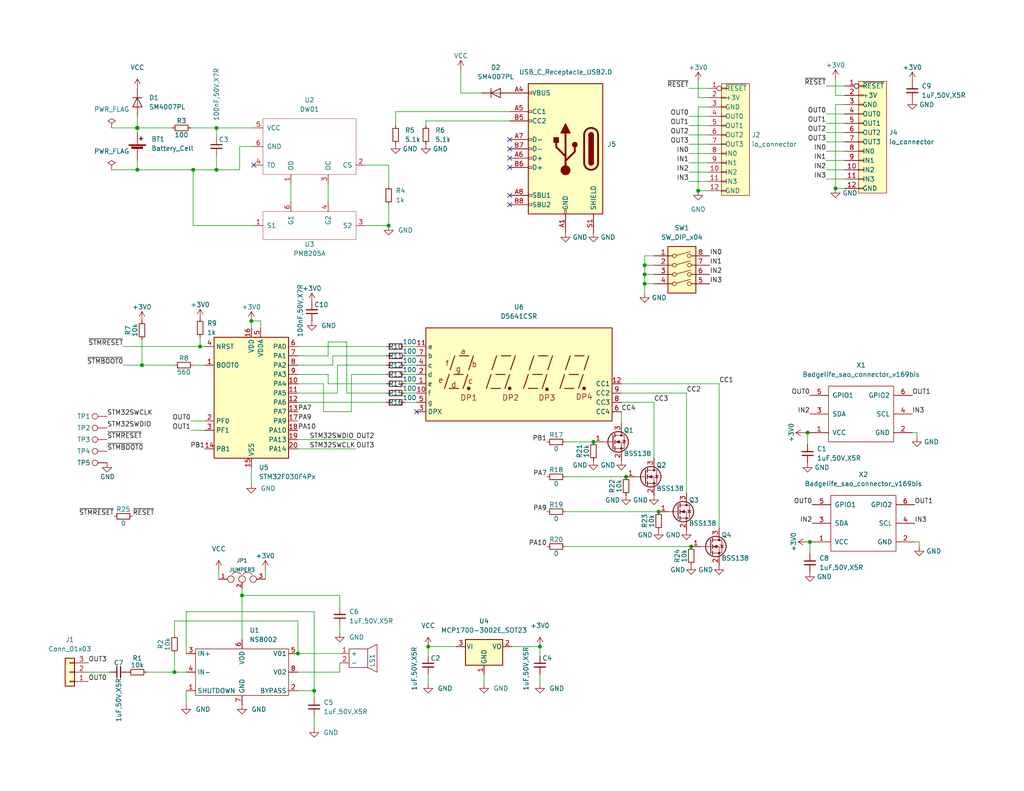
<source format=kicad_sch>
(kicad_sch (version 20211123) (generator eeschema)
  (paper "USLetter")
  (junction (at 38.735 99.695))
  (junction (at 52.705 46.355))
  (junction (at 81.28 178.435))
  (junction (at 220.345 118.11))
  (junction (at 190.5 52.07))
  (junction (at 54.61 94.615))
  (junction (at 179.705 139.7))
  (junction (at 59.055 46.355))
  (junction (at 68.58 87.63))
  (junction (at 106.045 61.595))
  (junction (at 227.965 51.435))
  (junction (at 188.595 149.225))
  (junction (at 116.84 176.53))
  (junction (at 47.625 183.515))
  (junction (at 66.04 162.56))
  (junction (at 59.055 34.925))
  (junction (at 175.895 77.47))
  (junction (at 85.725 188.595))
  (junction (at 147.32 176.53))
  (junction (at 37.465 34.925) (diameter 1.016))
  (junction (at 170.815 130.175))
  (junction (at 175.895 72.39))
  (junction (at 37.465 46.355))
  (junction (at 220.98 147.955))
  (junction (at 161.925 120.65))
  (junction (at 175.895 74.93))
  (no_connect (at 69.215 45.085))
  (no_connect (at 139.065 55.88))
  (no_connect (at 139.065 53.34))
  (no_connect (at 113.665 112.395))
  (no_connect (at 139.065 38.1))
  (no_connect (at 139.065 40.64))
  (no_connect (at 139.065 43.18))
  (no_connect (at 139.065 45.72))
  (wire (pts (xy 116.84 176.53) (xy 116.84 179.07)))
  (wire (pts (xy 92.71 180.975) (xy 92.71 183.515)))
  (wire (pts (xy 52.07 114.935) (xy 55.88 114.935)))
  (wire (pts (xy 187.96 44.45) (xy 193.04 44.45)))
  (wire (pts (xy 187.96 49.53) (xy 193.04 49.53)))
  (wire (pts (xy 69.215 40.005) (xy 65.405 40.005)))
  (wire (pts (xy 33.655 99.695) (xy 38.735 99.695)))
  (wire (pts (xy 52.705 99.695) (xy 55.88 99.695)))
  (wire (pts (xy 81.28 178.435) (xy 92.71 178.435)))
  (wire (pts (xy 92.075 99.695) (xy 92.075 107.315)))
  (wire (pts (xy 139.7 176.53) (xy 147.32 176.53)))
  (wire (pts (xy 110.49 107.315) (xy 113.665 107.315)))
  (wire (pts (xy 92.075 99.695) (xy 105.41 99.695)))
  (wire (pts (xy 220.345 118.11) (xy 220.345 121.285)))
  (wire (pts (xy 225.425 46.355) (xy 230.505 46.355)))
  (wire (pts (xy 79.375 50.165) (xy 79.375 55.245)))
  (wire (pts (xy 106.045 55.88) (xy 106.045 61.595)))
  (wire (pts (xy 90.805 99.695) (xy 90.805 97.155)))
  (wire (pts (xy 220.98 147.955) (xy 221.615 147.955)))
  (wire (pts (xy 220.345 118.11) (xy 220.98 118.11)))
  (wire (pts (xy 187.96 34.29) (xy 193.04 34.29)))
  (wire (pts (xy 59.055 34.925) (xy 59.055 37.465)))
  (wire (pts (xy 225.425 43.815) (xy 230.505 43.815)))
  (wire (pts (xy 230.505 28.575) (xy 227.965 28.575)))
  (wire (pts (xy 59.055 42.545) (xy 59.055 46.355)))
  (wire (pts (xy 81.28 99.695) (xy 90.805 99.695)))
  (wire (pts (xy 99.695 45.085) (xy 106.045 45.085)))
  (wire (pts (xy 52.705 46.355) (xy 59.055 46.355)))
  (wire (pts (xy 116.84 176.53) (xy 124.46 176.53)))
  (wire (pts (xy 178.435 109.855) (xy 178.435 125.095)))
  (wire (pts (xy 147.32 176.53) (xy 147.32 179.07)))
  (wire (pts (xy 116.205 33.02) (xy 116.205 34.29)))
  (wire (pts (xy 190.5 26.67) (xy 193.04 26.67)))
  (wire (pts (xy 52.705 46.355) (xy 37.465 46.355)))
  (wire (pts (xy 175.895 72.39) (xy 175.895 74.93)))
  (wire (pts (xy 225.425 23.495) (xy 230.505 23.495)))
  (wire (pts (xy 169.545 107.315) (xy 187.325 107.315)))
  (wire (pts (xy 220.345 147.955) (xy 220.98 147.955)))
  (wire (pts (xy 225.425 41.275) (xy 230.505 41.275)))
  (wire (pts (xy 94.615 107.315) (xy 105.41 107.315)))
  (wire (pts (xy 65.405 40.005) (xy 65.405 46.355)))
  (wire (pts (xy 225.425 33.655) (xy 230.505 33.655)))
  (wire (pts (xy 169.545 104.775) (xy 196.215 104.775)))
  (wire (pts (xy 147.32 184.15) (xy 147.32 186.69)))
  (wire (pts (xy 30.48 46.355) (xy 37.465 46.355)))
  (wire (pts (xy 81.28 107.315) (xy 92.075 107.315)))
  (wire (pts (xy 187.96 24.13) (xy 193.04 24.13)))
  (wire (pts (xy 175.895 77.47) (xy 175.895 80.01)))
  (wire (pts (xy 187.96 41.91) (xy 193.04 41.91)))
  (wire (pts (xy 85.725 195.58) (xy 85.725 198.755)))
  (wire (pts (xy 250.825 147.955) (xy 250.825 149.225)))
  (wire (pts (xy 81.28 120.015) (xy 97.155 120.015)))
  (wire (pts (xy 193.04 29.21) (xy 190.5 29.21)))
  (wire (pts (xy 220.98 147.955) (xy 220.98 151.13)))
  (wire (pts (xy 139.065 30.48) (xy 107.95 30.48)))
  (wire (pts (xy 227.965 26.035) (xy 230.505 26.035)))
  (wire (pts (xy 187.96 36.83) (xy 193.04 36.83)))
  (wire (pts (xy 92.71 162.56) (xy 92.71 165.735)))
  (wire (pts (xy 187.96 31.75) (xy 193.04 31.75)))
  (wire (pts (xy 190.5 29.21) (xy 190.5 52.07)))
  (wire (pts (xy 139.065 33.02) (xy 116.205 33.02)))
  (wire (pts (xy 225.425 31.115) (xy 230.505 31.115)))
  (wire (pts (xy 81.28 104.775) (xy 88.265 104.775)))
  (wire (pts (xy 33.655 94.615) (xy 54.61 94.615)))
  (wire (pts (xy 54.61 92.075) (xy 54.61 94.615)))
  (wire (pts (xy 68.58 127.635) (xy 68.58 132.08)))
  (wire (pts (xy 81.28 188.595) (xy 85.725 188.595)))
  (wire (pts (xy 81.28 97.155) (xy 89.535 97.155)))
  (wire (pts (xy 190.5 22.225) (xy 190.5 26.67)))
  (wire (pts (xy 89.535 102.235) (xy 89.535 104.775)))
  (wire (pts (xy 40.005 183.515) (xy 47.625 183.515)))
  (wire (pts (xy 52.07 117.475) (xy 55.88 117.475)))
  (wire (pts (xy 54.61 94.615) (xy 55.88 94.615)))
  (wire (pts (xy 37.465 34.925) (xy 37.465 36.195)))
  (wire (pts (xy 81.28 178.435) (xy 81.28 169.545)))
  (wire (pts (xy 175.895 74.93) (xy 175.895 77.47)))
  (wire (pts (xy 59.69 155.575) (xy 59.69 158.115)))
  (wire (pts (xy 249.555 147.955) (xy 250.825 147.955)))
  (wire (pts (xy 187.96 46.99) (xy 193.04 46.99)))
  (wire (pts (xy 47.625 178.435) (xy 47.625 183.515)))
  (wire (pts (xy 178.435 69.85) (xy 175.895 69.85)))
  (wire (pts (xy 72.39 155.575) (xy 72.39 158.115)))
  (wire (pts (xy 50.8 183.515) (xy 47.625 183.515)))
  (wire (pts (xy 59.055 46.355) (xy 65.405 46.355)))
  (wire (pts (xy 37.465 31.75) (xy 37.465 34.925)))
  (wire (pts (xy 47.625 99.695) (xy 38.735 99.695)))
  (wire (pts (xy 85.725 188.595) (xy 85.725 167.005)))
  (wire (pts (xy 248.92 118.11) (xy 250.19 118.11)))
  (wire (pts (xy 250.19 118.11) (xy 250.19 119.38)))
  (wire (pts (xy 110.49 94.615) (xy 113.665 94.615)))
  (wire (pts (xy 125.73 25.4) (xy 125.73 19.05)))
  (wire (pts (xy 89.535 93.345) (xy 94.615 93.345)))
  (wire (pts (xy 154.305 120.65) (xy 161.925 120.65)))
  (wire (pts (xy 132.08 184.15) (xy 132.08 186.69)))
  (wire (pts (xy 131.445 25.4) (xy 125.73 25.4)))
  (wire (pts (xy 219.71 118.11) (xy 220.345 118.11)))
  (wire (pts (xy 187.325 107.315) (xy 187.325 134.62)))
  (wire (pts (xy 175.895 72.39) (xy 178.435 72.39)))
  (wire (pts (xy 169.545 112.395) (xy 169.545 115.57)))
  (wire (pts (xy 175.895 69.85) (xy 175.895 72.39)))
  (wire (pts (xy 81.28 94.615) (xy 105.41 94.615)))
  (wire (pts (xy 69.215 61.595) (xy 52.705 61.595)))
  (wire (pts (xy 110.49 104.775) (xy 113.665 104.775)))
  (wire (pts (xy 38.735 99.695) (xy 38.735 92.71)))
  (wire (pts (xy 71.12 87.63) (xy 71.12 89.535)))
  (wire (pts (xy 68.58 87.63) (xy 71.12 87.63)))
  (wire (pts (xy 52.705 61.595) (xy 52.705 46.355)))
  (wire (pts (xy 92.71 170.815) (xy 92.71 172.72)))
  (wire (pts (xy 81.28 109.855) (xy 105.41 109.855)))
  (wire (pts (xy 37.465 46.355) (xy 37.465 43.815)))
  (wire (pts (xy 85.725 167.005) (xy 50.8 167.005)))
  (wire (pts (xy 88.265 104.775) (xy 88.265 112.395)))
  (wire (pts (xy 37.465 34.925) (xy 46.99 34.925)))
  (wire (pts (xy 107.95 30.48) (xy 107.95 34.29)))
  (wire (pts (xy 85.725 188.595) (xy 85.725 190.5)))
  (wire (pts (xy 30.48 34.925) (xy 37.465 34.925)))
  (wire (pts (xy 59.055 34.925) (xy 69.215 34.925)))
  (wire (pts (xy 50.8 167.005) (xy 50.8 178.435)))
  (wire (pts (xy 116.84 184.15) (xy 116.84 186.69)))
  (wire (pts (xy 90.805 97.155) (xy 105.41 97.155)))
  (wire (pts (xy 190.5 52.07) (xy 193.04 52.07)))
  (wire (pts (xy 110.49 97.155) (xy 113.665 97.155)))
  (wire (pts (xy 81.28 122.555) (xy 97.155 122.555)))
  (wire (pts (xy 95.885 112.395) (xy 95.885 102.235)))
  (wire (pts (xy 89.535 104.775) (xy 105.41 104.775)))
  (wire (pts (xy 88.265 112.395) (xy 95.885 112.395)))
  (wire (pts (xy 175.895 77.47) (xy 178.435 77.47)))
  (wire (pts (xy 50.8 188.595) (xy 50.8 192.405)))
  (wire (pts (xy 110.49 99.695) (xy 113.665 99.695)))
  (wire (pts (xy 89.535 50.165) (xy 89.535 55.245)))
  (wire (pts (xy 89.535 97.155) (xy 89.535 93.345)))
  (wire (pts (xy 175.895 74.93) (xy 178.435 74.93)))
  (wire (pts (xy 99.695 61.595) (xy 106.045 61.595)))
  (wire (pts (xy 81.28 183.515) (xy 92.71 183.515)))
  (wire (pts (xy 227.965 28.575) (xy 227.965 51.435)))
  (wire (pts (xy 47.625 169.545) (xy 47.625 173.355)))
  (wire (pts (xy 225.425 48.895) (xy 230.505 48.895)))
  (wire (pts (xy 68.58 87.63) (xy 68.58 89.535)))
  (wire (pts (xy 225.425 38.735) (xy 230.505 38.735)))
  (wire (pts (xy 66.04 162.56) (xy 92.71 162.56)))
  (wire (pts (xy 47.625 169.545) (xy 81.28 169.545)))
  (wire (pts (xy 227.965 51.435) (xy 230.505 51.435)))
  (wire (pts (xy 24.13 183.515) (xy 29.845 183.515)))
  (wire (pts (xy 110.49 102.235) (xy 113.665 102.235)))
  (wire (pts (xy 81.28 102.235) (xy 89.535 102.235)))
  (wire (pts (xy 106.045 45.085) (xy 106.045 50.8)))
  (wire (pts (xy 154.305 149.225) (xy 188.595 149.225)))
  (wire (pts (xy 225.425 36.195) (xy 230.505 36.195)))
  (wire (pts (xy 66.04 162.56) (xy 66.04 174.625)))
  (wire (pts (xy 52.07 34.925) (xy 59.055 34.925)))
  (wire (pts (xy 95.885 102.235) (xy 105.41 102.235)))
  (wire (pts (xy 66.04 160.655) (xy 66.04 162.56)))
  (wire (pts (xy 154.305 130.175) (xy 170.815 130.175)))
  (wire (pts (xy 227.965 21.59) (xy 227.965 26.035)))
  (wire (pts (xy 154.305 139.7) (xy 179.705 139.7)))
  (wire (pts (xy 94.615 93.345) (xy 94.615 107.315)))
  (wire (pts (xy 169.545 109.855) (xy 178.435 109.855)))
  (wire (pts (xy 187.96 39.37) (xy 193.04 39.37)))
  (wire (pts (xy 110.49 109.855) (xy 113.665 109.855)))
  (wire (pts (xy 196.215 104.775) (xy 196.215 144.145)))
  (image (at -29.845 109.855))
  (label "IN2" (at 221.615 142.875 180))
  (label "OUT3" (at 187.96 39.37 180))
  (label "STM32SWDIO" (at 29.21 116.84 0))
  (label "OUT0" (at 24.13 186.055 0))
  (label "~{RESET}" (at 36.195 140.97 0))
  (label "OUT3" (at 97.155 122.555 0))
  (label "PB1" (at 55.88 122.555 180))
  (label "OUT0" (at 220.98 107.95 180))
  (label "STM32SWDIO" (at 84.455 120.015 0))
  (label "OUT1" (at 248.92 107.95 0))
  (label "OUT1" (at 249.555 137.795 0))
  (label "IN0" (at 225.425 41.275 180))
  (label "IN3" (at 225.425 48.895 180))
  (label "OUT1" (at 225.425 33.655 180))
  (label "~{STMBOOT0}" (at 33.655 99.695 180))
  (label "PA10" (at 81.28 117.475 0))
  (label "IN3" (at 187.96 49.53 180))
  (label "PB1" (at 149.225 120.65 180))
  (label "CC1" (at 196.215 104.775 0))
  (label "STM32SWCLK" (at 84.455 122.555 0))
  (label "IN0" (at 187.96 41.91 180))
  (label "PA10" (at 149.225 149.225 180))
  (label "~{STMRESET}" (at 33.655 94.615 180))
  (label "IN1" (at 225.425 43.815 180))
  (label "OUT2" (at 225.425 36.195 180))
  (label "CC2" (at 187.325 107.315 0))
  (label "OUT0" (at 187.96 31.75 180))
  (label "IN3" (at 193.675 77.47 0))
  (label "~{STMRESET}" (at 29.21 120.015 0))
  (label "IN1" (at 187.96 44.45 180))
  (label "CC4" (at 169.545 112.395 0))
  (label "OUT3" (at 24.13 180.975 0))
  (label "PA7" (at 81.28 112.395 0))
  (label "PA9" (at 81.28 114.935 0))
  (label "IN3" (at 248.92 113.03 0))
  (label "OUT1" (at 52.07 117.475 180))
  (label "IN2" (at 187.96 46.99 180))
  (label "OUT0" (at 225.425 31.115 180))
  (label "IN3" (at 249.555 142.875 0))
  (label "OUT2" (at 187.96 36.83 180))
  (label "OUT1" (at 187.96 34.29 180))
  (label "OUT0" (at 221.615 137.795 180))
  (label "~{STMRESET}" (at 31.115 140.97 180))
  (label "OUT3" (at 225.425 38.735 180))
  (label "OUT0" (at 52.07 114.935 180))
  (label "~{RESET}" (at 187.96 24.13 180))
  (label "STM32SWCLK" (at 29.21 113.665 0))
  (label "PA7" (at 149.225 130.175 180))
  (label "IN1" (at 193.675 72.39 0))
  (label "OUT2" (at 97.155 120.015 0))
  (label "IN2" (at 193.675 74.93 0))
  (label "PA9" (at 149.225 139.7 180))
  (label "IN2" (at 225.425 46.355 180))
  (label "IN2" (at 220.98 113.03 180))
  (label "~{RESET}" (at 225.425 23.495 180))
  (label "IN0" (at 193.675 69.85 0))
  (label "~{STMBOOT0}" (at 29.21 123.19 0))
  (label "CC3" (at 178.435 109.855 0))
  (symbol (lib_id "power:GND") (at 154.305 63.5 0) (unit 1)
    (property "Reference" "#PWR0106" (effects hide))
    (property "Value" "GND" (at 156.21 64.7699 0) (effects (justify left)))
  )
  (symbol (lib_id "badge:220") (at 107.95 97.155 90) (unit 1)
    (property "Reference" "R11" (at 107.95 97.155 90))
    (property "Value" "100" (at 111.76 95.885 90))
    (property "Footprint" "badge:R_0603_1608Metric" (effects hide))
    (property "Datasheet" "https://datasheet.lcsc.com/lcsc/2110252130_UNI-ROYAL-Uniroyal-Elec-0603WAF2200T5E_C22962.pdf" (effects hide))
    (property "LCSC" "C22962" (effects hide))
    (property "MFG" "UNI-ROYAL(Uniroyal Elec)" (effects hide))
    (property "MFGPN" "0603WAF2200T5E" (effects hide))
  )
  (symbol (lib_id "badge:Conn_01x03") (at 19.05 183.515 180) (unit 1)
    (property "Reference" "J1" (at 19.05 174.625 0))
    (property "Value" "Conn_01x03" (at 19.05 177.165 0))
    (property "Footprint" "badge:PinHeader_1x03_P2.54mm_Horizontal" (effects hide))
  )
  (symbol (lib_id "badge:220") (at 107.95 99.695 90) (unit 1)
    (property "Reference" "R12" (at 107.95 99.695 90))
    (property "Value" "100" (at 111.76 98.425 90))
    (property "Footprint" "badge:R_0603_1608Metric" (effects hide))
    (property "Datasheet" "https://datasheet.lcsc.com/lcsc/2110252130_UNI-ROYAL-Uniroyal-Elec-0603WAF2200T5E_C22962.pdf" (effects hide))
    (property "LCSC" "C22962" (effects hide))
    (property "MFG" "UNI-ROYAL(Uniroyal Elec)" (effects hide))
    (property "MFGPN" "0603WAF2200T5E" (effects hide))
  )
  (symbol (lib_id "power:GND") (at 85.09 87.63 0) (unit 1)
    (property "Reference" "#PWR017" (effects hide))
    (property "Value" "GND" (at 87.63 88.8999 0) (effects (justify left)))
  )
  (symbol (lib_id "badge:io_connector") (at 198.12 36.83 0) (unit 1)
    (property "Reference" "J2" (at 205.105 36.8299 0) (effects (justify left)))
    (property "Value" "io_connector" (at 205.105 39.3699 0) (effects (justify left)))
    (property "Footprint" "badge:PinSocket_1x12_P2.54mm_Horizontal" (effects hide))
  )
  (symbol (lib_id "badge:NS8002") (at 66.04 183.515 0) (unit 1)
    (property "Reference" "U1" (at 68.0594 172.085 0) (effects (justify left)))
    (property "Value" "NS8002" (at 68.0594 174.625 0) (effects (justify left)))
    (property "Footprint" "badge:SO-8_3.9x4.9mm_P1.27mm" (effects hide))
    (property "LCSC" "C87265" (effects hide))
  )
  (symbol (lib_id "power:GND") (at 187.325 144.78 0) (unit 1)
    (property "Reference" "#PWR0122" (effects hide))
    (property "Value" "GND" (at 181.61 146.05 0) (effects (justify left)))
  )
  (symbol (lib_id "power:+3V0") (at 248.92 22.225 0) (unit 1)
    (property "Reference" "#PWR0119" (effects hide))
    (property "Value" "+3V0" (at 248.92 18.415 0))
  )
  (symbol (lib_id "badge:Badgelife_sao_connector_v169bis") (at 235.585 142.875 90) (unit 1)
    (property "Reference" "X2" (at 235.585 129.54 90))
    (property "Value" "Badgelife_sao_connector_v169bis" (at 235.585 132.08 90))
    (property "Footprint" "badge:Badgelife-SAOv169-BADGE-2x3" (effects hide))
  )
  (symbol (lib_id "power:GND") (at 250.19 119.38 0) (unit 1)
    (property "Reference" "#PWR0111" (effects hide))
    (property "Value" "GND" (at 252.095 120.6499 0) (effects (justify left)))
  )
  (symbol (lib_id "badge:JUMPER3") (at 66.04 158.115 0) (unit 1)
    (property "Reference" "JP1" (at 66.04 153.035 0) (effects (font (size 1.016 1.016))))
    (property "Value" "JUMPER3" (at 66.04 155.575 0) (effects (font (size 1.016 1.016))))
    (property "Footprint" "badge:SolderJumper-3_P2.0mm_Open_TrianglePad1.0x1.5mm" (effects hide))
  )
  (symbol (lib_id "power:GND") (at 175.895 80.01 0) (unit 1)
    (property "Reference" "#PWR019" (effects hide))
    (property "Value" "GND" (at 177.8 81.2799 0) (effects (justify left)))
  )
  (symbol (lib_id "badge:5.1k") (at 107.95 36.83 0) (unit 1)
    (property "Reference" "R5" (at 110.49 35.5599 0) (effects (justify left)))
    (property "Value" "5.1k" (at 110.49 38.0999 0) (effects (justify left)))
    (property "Footprint" "badge:R_0603_1608Metric" (effects hide))
    (property "Datasheet" "https://datasheet.lcsc.com/lcsc/2110252130_UNI-ROYAL-Uniroyal-Elec-0603WAF5101T5E_C23186.pdf" (effects hide))
    (property "LCSC" "C23186" (effects hide))
    (property "MFG" "UNI-ROYAL(Uniroyal Elec)" (effects hide))
    (property "MFGPN" "0603WAF5101T5E" (effects hide))
  )
  (symbol (lib_id "badge:USB_C_Receptacle_USB2.0") (at 154.305 40.64 0) (mirror y) (unit 1)
    (property "Reference" "J5" (at 165.735 39.3699 0) (effects (justify right)))
    (property "Value" "USB_C_Receptacle_USB2.0" (at 141.605 19.685 0) (effects (justify right)))
    (property "Footprint" "badge:USB_C_Receptacle_LCSC_C165948" (effects hide))
    (property "Datasheet" "https://www.usb.org/sites/default/files/documents/usb_type-c.zip" (effects hide))
  )
  (symbol (lib_id "power:+3V0") (at 85.09 82.55 0) (unit 1)
    (property "Reference" "#PWR013" (effects hide))
    (property "Value" "+3V0" (at 85.09 78.74 0))
  )
  (symbol (lib_id "badge:1uF,50V,X5R") (at 248.92 24.765 0) (unit 1)
    (property "Reference" "C9" (at 251.46 23.4949 0) (effects (justify left)))
    (property "Value" "1uF,50V,X5R" (at 251.46 26.0349 0) (effects (justify left)))
    (property "Footprint" "badge:C_0603_1608Metric" (effects hide))
    (property "Datasheet" "https://datasheet.lcsc.com/lcsc/1810261812_Samsung-Electro-Mechanics-CL10A105KB8NNNC_C15849.pdf" (effects hide))
    (property "LCSC" "C15849" (effects hide))
    (property "MFG" "Samsung Electro-Mechanics" (effects hide))
    (property "MFGPN" "CL10A105KB8NNNC" (effects hide))
  )
  (symbol (lib_id "power:+3V0") (at 68.58 87.63 0) (unit 1)
    (property "Reference" "#PWR05" (effects hide))
    (property "Value" "+3V0" (at 68.58 83.82 0))
  )
  (symbol (lib_id "power:GND") (at 227.965 51.435 0) (unit 1)
    (property "Reference" "#PWR016" (effects hide))
    (property "Value" "GND" (at 229.87 52.7049 0) (effects (justify left)))
  )
  (symbol (lib_id "power:GND") (at 147.32 186.69 0) (unit 1)
    (property "Reference" "#PWR010" (effects hide))
    (property "Value" "GND" (at 149.86 187.9599 0) (effects (justify left)))
  )
  (symbol (lib_id "badge:TestPoint") (at 29.21 123.19 90) (unit 1)
    (property "Reference" "TP4" (at 22.86 123.19 90))
    (property "Value" "TestPoint" (effects hide))
    (property "Footprint" "badge:TestPoint_Pad_D3.0mm" (effects hide))
  )
  (symbol (lib_id "badge:MCP1700-3002E_SOT23") (at 132.08 176.53 0) (unit 1)
    (property "Reference" "U4" (at 132.08 169.545 0))
    (property "Value" "MCP1700-3002E_SOT23" (at 132.08 172.085 0))
    (property "Footprint" "badge:SOT-23" (effects hide))
    (property "Datasheet" "http://ww1.microchip.com/downloads/en/DeviceDoc/20001826D.pdf" (effects hide))
  )
  (symbol (lib_id "power:+3V0") (at 38.735 87.63 0) (unit 1)
    (property "Reference" "#PWR02" (effects hide))
    (property "Value" "+3V0" (at 38.735 83.82 0))
  )
  (symbol (lib_id "power:PWR_FLAG") (at 30.48 34.925 0) (unit 1)
    (property "Reference" "#FLG01" (effects hide))
    (property "Value" "PWR_FLAG" (at 30.48 29.845 0))
  )
  (symbol (lib_id "badge:1k") (at 106.045 53.34 0) (unit 1)
    (property "Reference" "R4" (at 107.95 52.0699 0) (effects (justify left)))
    (property "Value" "1k" (at 107.95 54.6099 0) (effects (justify left)))
    (property "Footprint" "badge:R_0603_1608Metric" (effects hide))
    (property "Datasheet" "https://datasheet.lcsc.com/lcsc/2110252030_UNI-ROYAL-Uniroyal-Elec-0603WAF1001T5E_C21190.pdf" (effects hide))
    (property "LCSC" "C21190" (effects hide))
    (property "MFG" "UNI-ROYAL(Uniroyal Elec)" (effects hide))
    (property "MFGPN" "0603WAF1001T5E" (effects hide))
  )
  (symbol (lib_id "badge:10k") (at 161.925 123.19 180) (unit 1)
    (property "Reference" "R21" (at 158.115 123.19 90))
    (property "Value" "10k" (at 160.02 123.19 90))
    (property "Footprint" "badge:R_0603_1608Metric" (effects hide))
    (property "Datasheet" "https://datasheet.lcsc.com/lcsc/2110260030_UNI-ROYAL-Uniroyal-Elec-0603WAF1002T5E_C25804.pdf" (effects hide))
    (property "LCSC" "C25804" (effects hide))
    (property "MFG" "UNI-ROYAL(Uniroyal Elec)" (effects hide))
    (property "MFGPN" "0603WAF1002T5E" (effects hide))
  )
  (symbol (lib_id "badge:100") (at 49.53 34.925 90) (unit 1)
    (property "Reference" "R3" (at 49.53 33.02 90))
    (property "Value" "100" (at 49.53 36.83 90))
    (property "Footprint" "badge:R_0603_1608Metric" (effects hide))
    (property "Datasheet" "https://datasheet.lcsc.com/lcsc/2110252030_UNI-ROYAL-Uniroyal-Elec-0603WAF1000T5E_C22775.pdf" (effects hide))
    (property "LCSC" "C22775" (effects hide))
    (property "MFG" "UNI-ROYAL(Uniroyal Elec)" (effects hide))
    (property "MFGPN" "0603WAF1000T5E" (effects hide))
  )
  (symbol (lib_id "badge:0") (at 151.765 139.7 90) (unit 1)
    (property "Reference" "R19" (at 151.765 137.795 90))
    (property "Value" "0" (at 151.765 141.605 90))
    (property "Footprint" "badge:R_0603_1608Metric" (effects hide))
    (property "Datasheet" "https://datasheet.lcsc.com/lcsc/2110252030_UNI-ROYAL-Uniroyal-Elec-0603WAF0000T5E_C21189.pdf" (effects hide))
    (property "LCSC" "C21189" (effects hide))
    (property "MFG" "UNI-ROYAL(Uniroyal Elec)" (effects hide))
    (property "MFGPN" "0603WAF0000T5E" (effects hide))
  )
  (symbol (lib_id "badge:1uF,50V,X5R") (at 32.385 183.515 90) (unit 1)
    (property "Reference" "C7" (at 32.385 180.975 90))
    (property "Value" "1uF,50V,X5R" (at 32.385 191.135 0))
    (property "Footprint" "badge:C_0603_1608Metric" (effects hide))
    (property "Datasheet" "https://datasheet.lcsc.com/lcsc/1810261812_Samsung-Electro-Mechanics-CL10A105KB8NNNC_C15849.pdf" (effects hide))
    (property "LCSC" "C15849" (effects hide))
    (property "MFG" "Samsung Electro-Mechanics" (effects hide))
    (property "MFGPN" "CL10A105KB8NNNC" (effects hide))
  )
  (symbol (lib_id "badge:TestPoint") (at 29.21 116.84 90) (unit 1)
    (property "Reference" "TP2" (at 22.86 116.84 90))
    (property "Value" "TestPoint" (effects hide))
    (property "Footprint" "badge:TestPoint_Pad_D3.0mm" (effects hide))
  )
  (symbol (lib_id "badge:0") (at 33.655 140.97 90) (unit 1)
    (property "Reference" "R25" (at 33.655 139.065 90))
    (property "Value" "0" (at 33.655 142.875 90))
    (property "Footprint" "badge:R_0603_1608Metric" (effects hide))
    (property "Datasheet" "https://datasheet.lcsc.com/lcsc/2110252030_UNI-ROYAL-Uniroyal-Elec-0603WAF0000T5E_C21189.pdf" (effects hide))
    (property "LCSC" "C21189" (effects hide))
    (property "MFG" "UNI-ROYAL(Uniroyal Elec)" (effects hide))
    (property "MFGPN" "0603WAF0000T5E" (effects hide))
  )
  (symbol (lib_id "badge:1uF,50V,X5R") (at 220.345 123.825 0) (unit 1)
    (property "Reference" "C1" (at 222.885 122.5549 0) (effects (justify left)))
    (property "Value" "1uF,50V,X5R" (at 222.885 125.0949 0) (effects (justify left)))
    (property "Footprint" "badge:C_0603_1608Metric" (effects hide))
    (property "Datasheet" "https://datasheet.lcsc.com/lcsc/1810261812_Samsung-Electro-Mechanics-CL10A105KB8NNNC_C15849.pdf" (effects hide))
    (property "LCSC" "C15849" (effects hide))
    (property "MFG" "Samsung Electro-Mechanics" (effects hide))
    (property "MFGPN" "CL10A105KB8NNNC" (effects hide))
  )
  (symbol (lib_id "power:VCC") (at 37.465 24.13 0) (unit 1)
    (property "Reference" "#PWR0101" (effects hide))
    (property "Value" "VCC" (at 37.465 18.415 0))
  )
  (symbol (lib_id "power:GND") (at 161.925 63.5 0) (unit 1)
    (property "Reference" "#PWR0107" (effects hide))
    (property "Value" "GND" (at 163.83 64.7699 0) (effects (justify left)))
  )
  (symbol (lib_id "power:+3V0") (at 219.71 118.11 90) (unit 1)
    (property "Reference" "#PWR0112" (effects hide))
    (property "Value" "+3V0" (at 215.9 118.11 0))
  )
  (symbol (lib_id "badge:AO3400") (at 167.005 120.65 0) (unit 1)
    (property "Reference" "Q1" (at 170.18 117.475 0) (effects (justify left)))
    (property "Value" "BSS138" (at 170.18 123.825 0) (effects (justify left)))
    (property "Footprint" "badge:SOT-23" (effects hide))
    (property "LCSC" "C400505" (effects hide))
  )
  (symbol (lib_id "badge:D5641CSR") (at 141.605 102.235 0) (unit 1)
    (property "Reference" "U6" (at 141.605 83.82 0))
    (property "Value" "D5641CSR" (at 141.605 86.36 0))
    (property "Footprint" "badge:D5641CSR" (effects hide))
    (property "Datasheet" "http://www.kingbright.com/attachments/file/psearch/000/00/00/CC56-12CGKWA(Ver.8A).pdf" (effects hide))
  )
  (symbol (lib_id "badge:DW01") (at 84.455 40.005 0) (unit 1)
    (property "Reference" "U2" (at 84.455 27.305 0))
    (property "Value" "DW01" (at 84.455 29.845 0))
    (property "Footprint" "badge:SOT-23-6" (effects hide))
    (property "Mfg" "Guangdong Hottech" (effects hide))
    (property "PN" "DW01" (effects hide))
    (property "LCSC" "C181096" (effects hide))
  )
  (symbol (lib_id "power:GND") (at 220.98 156.21 0) (unit 1)
    (property "Reference" "#PWR0115" (effects hide))
    (property "Value" "GND" (at 222.885 157.4799 0) (effects (justify left)))
  )
  (symbol (lib_id "power:GND") (at 169.545 125.73 0) (unit 1)
    (property "Reference" "#PWR0124" (effects hide))
    (property "Value" "GND" (at 163.83 127 0) (effects (justify left)))
  )
  (symbol (lib_id "power:GND") (at 188.595 154.305 0) (unit 1)
    (property "Reference" "#PWR0127" (effects hide))
    (property "Value" "GND" (at 182.88 155.575 0) (effects (justify left)))
  )
  (symbol (lib_id "badge:10k") (at 37.465 183.515 90) (unit 1)
    (property "Reference" "R1" (at 37.465 179.705 90))
    (property "Value" "10k" (at 37.465 181.61 90))
    (property "Footprint" "badge:R_0603_1608Metric" (effects hide))
    (property "Datasheet" "https://datasheet.lcsc.com/lcsc/2110260030_UNI-ROYAL-Uniroyal-Elec-0603WAF1002T5E_C25804.pdf" (effects hide))
    (property "LCSC" "C25804" (effects hide))
    (property "MFG" "UNI-ROYAL(Uniroyal Elec)" (effects hide))
    (property "MFGPN" "0603WAF1002T5E" (effects hide))
  )
  (symbol (lib_id "power:VCC") (at 125.73 19.05 0) (unit 1)
    (property "Reference" "#PWR0103" (effects hide))
    (property "Value" "VCC" (at 123.825 15.24 0) (effects (justify left)))
  )
  (symbol (lib_id "badge:SW_DIP_x04") (at 186.055 74.93 0) (unit 1)
    (property "Reference" "SW1" (at 186.055 62.23 0))
    (property "Value" "SW_DIP_x04" (at 186.055 64.77 0))
    (property "Footprint" "badge:DIP-8_W7.62mm_LongPads" (effects hide))
  )
  (symbol (lib_id "power:GND") (at 196.215 154.305 0) (unit 1)
    (property "Reference" "#PWR0109" (effects hide))
    (property "Value" "GND" (at 190.5 155.575 0) (effects (justify left)))
  )
  (symbol (lib_id "power:GND") (at 248.92 27.305 0) (unit 1)
    (property "Reference" "#PWR0118" (effects hide))
    (property "Value" "GND" (at 250.825 28.5749 0) (effects (justify left)))
  )
  (symbol (lib_id "power:GND") (at 250.825 149.225 0) (unit 1)
    (property "Reference" "#PWR0117" (effects hide))
    (property "Value" "GND" (at 252.73 150.4949 0) (effects (justify left)))
  )
  (symbol (lib_id "power:GND") (at 178.435 135.255 0) (unit 1)
    (property "Reference" "#PWR0123" (effects hide))
    (property "Value" "GND" (at 172.72 136.525 0) (effects (justify left)))
  )
  (symbol (lib_id "badge:10k") (at 47.625 175.895 180) (unit 1)
    (property "Reference" "R2" (at 43.815 175.895 90))
    (property "Value" "10k" (at 45.72 175.895 90))
    (property "Footprint" "badge:R_0603_1608Metric" (effects hide))
    (property "Datasheet" "https://datasheet.lcsc.com/lcsc/2110260030_UNI-ROYAL-Uniroyal-Elec-0603WAF1002T5E_C25804.pdf" (effects hide))
    (property "LCSC" "C25804" (effects hide))
    (property "MFG" "UNI-ROYAL(Uniroyal Elec)" (effects hide))
    (property "MFGPN" "0603WAF1002T5E" (effects hide))
  )
  (symbol (lib_id "power:GND") (at 66.04 192.405 0) (unit 1)
    (property "Reference" "#PWR06" (effects hide))
    (property "Value" "GND" (at 68.58 193.6749 0) (effects (justify left)))
  )
  (symbol (lib_id "power:+3V0") (at 190.5 22.225 0) (unit 1)
    (property "Reference" "#PWR0108" (effects hide))
    (property "Value" "+3V0" (at 190.5 18.415 0))
  )
  (symbol (lib_id "power:GND") (at 68.58 132.08 0) (unit 1)
    (property "Reference" "#PWR09" (effects hide))
    (property "Value" "GND" (at 71.12 133.3499 0) (effects (justify left)))
  )
  (symbol (lib_id "power:GND") (at 190.5 52.07 0) (unit 1)
    (property "Reference" "#PWR014" (effects hide))
    (property "Value" "GND" (at 190.5 57.15 0))
  )
  (symbol (lib_id "power:+3V0") (at 147.32 176.53 0) (unit 1)
    (property "Reference" "#PWR0114" (effects hide))
    (property "Value" "+3V0" (at 147.32 170.815 0))
  )
  (symbol (lib_id "badge:0") (at 151.765 149.225 90) (unit 1)
    (property "Reference" "R20" (at 151.765 147.32 90))
    (property "Value" "0" (at 151.765 151.13 90))
    (property "Footprint" "badge:R_0603_1608Metric" (effects hide))
    (property "Datasheet" "https://datasheet.lcsc.com/lcsc/2110252030_UNI-ROYAL-Uniroyal-Elec-0603WAF0000T5E_C21189.pdf" (effects hide))
    (property "LCSC" "C21189" (effects hide))
    (property "MFG" "UNI-ROYAL(Uniroyal Elec)" (effects hide))
    (property "MFGPN" "0603WAF0000T5E" (effects hide))
  )
  (symbol (lib_id "badge:220") (at 107.95 94.615 90) (unit 1)
    (property "Reference" "R10" (at 107.95 94.615 90))
    (property "Value" "100" (at 111.76 93.345 90))
    (property "Footprint" "badge:R_0603_1608Metric" (effects hide))
    (property "Datasheet" "https://datasheet.lcsc.com/lcsc/2110252130_UNI-ROYAL-Uniroyal-Elec-0603WAF2200T5E_C22962.pdf" (effects hide))
    (property "LCSC" "C22962" (effects hide))
    (property "MFG" "UNI-ROYAL(Uniroyal Elec)" (effects hide))
    (property "MFGPN" "0603WAF2200T5E" (effects hide))
  )
  (symbol (lib_id "power:GND") (at 116.84 186.69 0) (unit 1)
    (property "Reference" "#PWR04" (effects hide))
    (property "Value" "GND" (at 119.38 187.9599 0) (effects (justify left)))
  )
  (symbol (lib_id "badge:1uF,50V,X5R") (at 147.32 181.61 0) (unit 1)
    (property "Reference" "C4" (at 147.955 179.705 0) (effects (justify left)))
    (property "Value" "1uF,50V,X5R" (at 143.51 188.595 90) (effects (justify left)))
    (property "Footprint" "badge:C_0603_1608Metric" (effects hide))
    (property "Datasheet" "https://datasheet.lcsc.com/lcsc/1810261812_Samsung-Electro-Mechanics-CL10A105KB8NNNC_C15849.pdf" (effects hide))
    (property "LCSC" "C15849" (effects hide))
    (property "MFG" "Samsung Electro-Mechanics" (effects hide))
    (property "MFGPN" "CL10A105KB8NNNC" (effects hide))
  )
  (symbol (lib_id "badge:1uF,50V,X5R") (at 92.71 168.275 0) (unit 1)
    (property "Reference" "C6" (at 95.25 167.0049 0) (effects (justify left)))
    (property "Value" "1uF,50V,X5R" (at 95.25 169.5449 0) (effects (justify left)))
    (property "Footprint" "badge:C_0603_1608Metric" (effects hide))
    (property "Datasheet" "https://datasheet.lcsc.com/lcsc/1810261812_Samsung-Electro-Mechanics-CL10A105KB8NNNC_C15849.pdf" (effects hide))
    (property "LCSC" "C15849" (effects hide))
    (property "MFG" "Samsung Electro-Mechanics" (effects hide))
    (property "MFGPN" "CL10A105KB8NNNC" (effects hide))
  )
  (symbol (lib_id "power:PWR_FLAG") (at 30.48 46.355 0) (unit 1)
    (property "Reference" "#FLG02" (effects hide))
    (property "Value" "PWR_FLAG" (at 30.48 41.275 0))
  )
  (symbol (lib_id "badge:SPEAKER") (at 97.79 179.705 0) (mirror x) (unit 1)
    (property "Reference" "LS1" (at 101.6 178.435 90) (effects (justify left)))
    (property "Value" "SPEAKER" (effects hide))
    (property "Footprint" "badge:SPEAKER_36MM_8R" (effects hide))
  )
  (symbol (lib_id "badge:220") (at 107.95 102.235 90) (unit 1)
    (property "Reference" "R13" (at 107.95 102.235 90))
    (property "Value" "100" (at 111.76 100.965 90))
    (property "Footprint" "badge:R_0603_1608Metric" (effects hide))
    (property "Datasheet" "https://datasheet.lcsc.com/lcsc/2110252130_UNI-ROYAL-Uniroyal-Elec-0603WAF2200T5E_C22962.pdf" (effects hide))
    (property "LCSC" "C22962" (effects hide))
    (property "MFG" "UNI-ROYAL(Uniroyal Elec)" (effects hide))
    (property "MFGPN" "0603WAF2200T5E" (effects hide))
  )
  (symbol (lib_id "badge:DIODE") (at 135.255 25.4 0) (unit 1)
    (property "Reference" "D2" (at 135.255 18.415 0))
    (property "Value" "SM4007PL" (at 135.255 20.955 0))
    (property "Footprint" "badge:Nexperia_CFP3_SOD-123W" (effects hide))
    (property "LCSC" "C64898" (effects hide))
  )
  (symbol (lib_id "badge:1uF,50V,X5R") (at 116.84 181.61 0) (unit 1)
    (property "Reference" "C2" (at 117.475 179.705 0) (effects (justify left)))
    (property "Value" "1uF,50V,X5R" (at 113.03 188.595 90) (effects (justify left)))
    (property "Footprint" "badge:C_0603_1608Metric" (effects hide))
    (property "Datasheet" "https://datasheet.lcsc.com/lcsc/1810261812_Samsung-Electro-Mechanics-CL10A105KB8NNNC_C15849.pdf" (effects hide))
    (property "LCSC" "C15849" (effects hide))
    (property "MFG" "Samsung Electro-Mechanics" (effects hide))
    (property "MFGPN" "CL10A105KB8NNNC" (effects hide))
  )
  (symbol (lib_id "badge:10k") (at 179.705 142.24 180) (unit 1)
    (property "Reference" "R23" (at 175.895 142.24 90))
    (property "Value" "10k" (at 177.8 142.24 90))
    (property "Footprint" "badge:R_0603_1608Metric" (effects hide))
    (property "Datasheet" "https://datasheet.lcsc.com/lcsc/2110260030_UNI-ROYAL-Uniroyal-Elec-0603WAF1002T5E_C25804.pdf" (effects hide))
    (property "LCSC" "C25804" (effects hide))
    (property "MFG" "UNI-ROYAL(Uniroyal Elec)" (effects hide))
    (property "MFGPN" "0603WAF1002T5E" (effects hide))
  )
  (symbol (lib_id "power:GND") (at 161.925 125.73 0) (unit 1)
    (property "Reference" "#PWR0125" (effects hide))
    (property "Value" "GND" (at 156.21 127 0) (effects (justify left)))
  )
  (symbol (lib_id "badge:STM32F030F4Px") (at 68.58 107.315 0) (unit 1)
    (property "Reference" "U5" (at 70.5994 127.635 0) (effects (justify left)))
    (property "Value" "STM32F030F4Px" (at 70.5994 130.175 0) (effects (justify left)))
    (property "Footprint" "badge:TSSOP-20_4.4x6.5mm_P0.65mm" (effects hide))
    (property "Datasheet" "http://www.st.com/st-web-ui/static/active/en/resource/technical/document/datasheet/DM00088500.pdf" (effects hide))
  )
  (symbol (lib_id "badge:5.1k") (at 116.205 36.83 0) (unit 1)
    (property "Reference" "R6" (at 118.745 35.5599 0) (effects (justify left)))
    (property "Value" "5.1k" (at 118.745 38.0999 0) (effects (justify left)))
    (property "Footprint" "badge:R_0603_1608Metric" (effects hide))
    (property "Datasheet" "https://datasheet.lcsc.com/lcsc/2110252130_UNI-ROYAL-Uniroyal-Elec-0603WAF5101T5E_C23186.pdf" (effects hide))
    (property "LCSC" "C23186" (effects hide))
    (property "MFG" "UNI-ROYAL(Uniroyal Elec)" (effects hide))
    (property "MFGPN" "0603WAF5101T5E" (effects hide))
  )
  (symbol (lib_id "badge:10k") (at 38.735 90.17 180) (unit 1)
    (property "Reference" "R7" (at 34.925 90.17 90))
    (property "Value" "10k" (at 36.83 90.17 90))
    (property "Footprint" "badge:R_0603_1608Metric" (effects hide))
    (property "Datasheet" "https://datasheet.lcsc.com/lcsc/2110260030_UNI-ROYAL-Uniroyal-Elec-0603WAF1002T5E_C25804.pdf" (effects hide))
    (property "LCSC" "C25804" (effects hide))
    (property "MFG" "UNI-ROYAL(Uniroyal Elec)" (effects hide))
    (property "MFGPN" "0603WAF1002T5E" (effects hide))
  )
  (symbol (lib_id "power:GND") (at 92.71 172.72 0) (unit 1)
    (property "Reference" "#PWR011" (effects hide))
    (property "Value" "GND" (at 95.25 173.9899 0) (effects (justify left)))
  )
  (symbol (lib_id "badge:10k") (at 188.595 151.765 180) (unit 1)
    (property "Reference" "R24" (at 184.785 151.765 90))
    (property "Value" "10k" (at 186.69 151.765 90))
    (property "Footprint" "badge:R_0603_1608Metric" (effects hide))
    (property "Datasheet" "https://datasheet.lcsc.com/lcsc/2110260030_UNI-ROYAL-Uniroyal-Elec-0603WAF1002T5E_C25804.pdf" (effects hide))
    (property "LCSC" "C25804" (effects hide))
    (property "MFG" "UNI-ROYAL(Uniroyal Elec)" (effects hide))
    (property "MFGPN" "0603WAF1002T5E" (effects hide))
  )
  (symbol (lib_id "badge:TestPoint") (at 29.21 113.665 90) (unit 1)
    (property "Reference" "TP1" (at 22.86 113.665 90))
    (property "Value" "TestPoint" (effects hide))
    (property "Footprint" "badge:TestPoint_Pad_D3.0mm" (effects hide))
  )
  (symbol (lib_id "badge:AO3400") (at 175.895 130.175 0) (unit 1)
    (property "Reference" "Q2" (at 179.07 127 0) (effects (justify left)))
    (property "Value" "BSS138" (at 179.07 133.35 0) (effects (justify left)))
    (property "Footprint" "badge:SOT-23" (effects hide))
    (property "LCSC" "C400505" (effects hide))
  )
  (symbol (lib_id "power:+3V0") (at 54.61 86.995 0) (unit 1)
    (property "Reference" "#PWR03" (effects hide))
    (property "Value" "+3V0" (at 54.61 83.185 0))
  )
  (symbol (lib_id "badge:io_connector") (at 235.585 36.195 0) (unit 1)
    (property "Reference" "J4" (at 242.57 36.1949 0) (effects (justify left)))
    (property "Value" "io_connector" (at 242.57 38.7349 0) (effects (justify left)))
    (property "Footprint" "badge:PinHeader_1x12_P2.54mm_Horizontal" (effects hide))
  )
  (symbol (lib_id "power:GND") (at 179.705 144.78 0) (unit 1)
    (property "Reference" "#PWR0128" (effects hide))
    (property "Value" "GND" (at 173.99 146.05 0) (effects (justify left)))
  )
  (symbol (lib_id "power:GND") (at 220.345 126.365 0) (unit 1)
    (property "Reference" "#PWR0113" (effects hide))
    (property "Value" "GND" (at 222.25 127.6349 0) (effects (justify left)))
  )
  (symbol (lib_id "badge:Battery_Cell") (at 37.465 41.275 0) (unit 1)
    (property "Reference" "BT1" (at 41.275 37.9729 0) (effects (justify left)))
    (property "Value" "Battery_Cell" (at 41.275 40.5129 0) (effects (justify left)))
    (property "Footprint" "badge:BatteryHolder_Keystone_1042_1x18650" (effects hide))
  )
  (symbol (lib_id "badge:0") (at 151.765 120.65 90) (unit 1)
    (property "Reference" "R17" (at 151.765 118.745 90))
    (property "Value" "0" (at 151.765 122.555 90))
    (property "Footprint" "badge:R_0603_1608Metric" (effects hide))
    (property "Datasheet" "https://datasheet.lcsc.com/lcsc/2110252030_UNI-ROYAL-Uniroyal-Elec-0603WAF0000T5E_C21189.pdf" (effects hide))
    (property "LCSC" "C21189" (effects hide))
    (property "MFG" "UNI-ROYAL(Uniroyal Elec)" (effects hide))
    (property "MFGPN" "0603WAF0000T5E" (effects hide))
  )
  (symbol (lib_id "badge:TestPoint") (at 29.21 126.365 90) (unit 1)
    (property "Reference" "TP5" (at 22.86 126.365 90))
    (property "Value" "TestPoint" (effects hide))
    (property "Footprint" "badge:TestPoint_Pad_D3.0mm" (effects hide))
  )
  (symbol (lib_id "power:+3V0") (at 220.345 147.955 90) (unit 1)
    (property "Reference" "#PWR0116" (effects hide))
    (property "Value" "+3V0" (at 216.535 147.955 0))
  )
  (symbol (lib_id "power:GND") (at 50.8 192.405 0) (unit 1)
    (property "Reference" "#PWR01" (effects hide))
    (property "Value" "GND" (at 53.34 193.6749 0) (effects (justify left)))
  )
  (symbol (lib_id "badge:1uF,50V,X5R") (at 220.98 153.67 0) (unit 1)
    (property "Reference" "C8" (at 223.52 152.3999 0) (effects (justify left)))
    (property "Value" "1uF,50V,X5R" (at 223.52 154.9399 0) (effects (justify left)))
    (property "Footprint" "badge:C_0603_1608Metric" (effects hide))
    (property "Datasheet" "https://datasheet.lcsc.com/lcsc/1810261812_Samsung-Electro-Mechanics-CL10A105KB8NNNC_C15849.pdf" (effects hide))
    (property "LCSC" "C15849" (effects hide))
    (property "MFG" "Samsung Electro-Mechanics" (effects hide))
    (property "MFGPN" "CL10A105KB8NNNC" (effects hide))
  )
  (symbol (lib_id "power:GND") (at 29.21 126.365 0) (unit 1)
    (property "Reference" "#PWR015" (effects hide))
    (property "Value" "GND" (at 27.305 130.175 0) (effects (justify left)))
  )
  (symbol (lib_id "power:GND") (at 170.815 135.255 0) (unit 1)
    (property "Reference" "#PWR0126" (effects hide))
    (property "Value" "GND" (at 165.1 136.525 0) (effects (justify left)))
  )
  (symbol (lib_id "badge:AO3400") (at 193.675 149.225 0) (unit 1)
    (property "Reference" "Q4" (at 196.85 146.05 0) (effects (justify left)))
    (property "Value" "BSS138" (at 196.85 152.4 0) (effects (justify left)))
    (property "Footprint" "badge:SOT-23" (effects hide))
    (property "LCSC" "C400505" (effects hide))
  )
  (symbol (lib_id "badge:TestPoint") (at 29.21 120.015 90) (unit 1)
    (property "Reference" "TP3" (at 22.86 120.015 90))
    (property "Value" "TestPoint" (effects hide))
    (property "Footprint" "badge:TestPoint_Pad_D3.0mm" (effects hide))
  )
  (symbol (lib_id "badge:10k") (at 170.815 132.715 180) (unit 1)
    (property "Reference" "R22" (at 167.005 132.715 90))
    (property "Value" "10k" (at 168.91 132.715 90))
    (property "Footprint" "badge:R_0603_1608Metric" (effects hide))
    (property "Datasheet" "https://datasheet.lcsc.com/lcsc/2110260030_UNI-ROYAL-Uniroyal-Elec-0603WAF1002T5E_C25804.pdf" (effects hide))
    (property "LCSC" "C25804" (effects hide))
    (property "MFG" "UNI-ROYAL(Uniroyal Elec)" (effects hide))
    (property "MFGPN" "0603WAF1002T5E" (effects hide))
  )
  (symbol (lib_id "badge:560") (at 50.165 99.695 90) (unit 1)
    (property "Reference" "R8" (at 50.165 97.79 90))
    (property "Value" "560" (at 50.165 101.6 90))
    (property "Footprint" "badge:R_0603_1608Metric" (effects hide))
    (property "Datasheet" "https://datasheet.lcsc.com/lcsc/2110252130_UNI-ROYAL-Uniroyal-Elec-0603WAF5600T5E_C23204.pdf" (effects hide))
    (property "LCSC" "C23204" (effects hide))
    (property "MFG" "UNI-ROYAL(Uniroyal Elec)" (effects hide))
    (property "MFGPN" "0603WAF5600T5E" (effects hide))
  )
  (symbol (lib_id "badge:220") (at 107.95 109.855 90) (unit 1)
    (property "Reference" "R16" (at 107.95 109.855 90))
    (property "Value" "100" (at 111.76 108.585 90))
    (property "Footprint" "badge:R_0603_1608Metric" (effects hide))
    (property "Datasheet" "https://datasheet.lcsc.com/lcsc/2110252130_UNI-ROYAL-Uniroyal-Elec-0603WAF2200T5E_C22962.pdf" (effects hide))
    (property "LCSC" "C22962" (effects hide))
    (property "MFG" "UNI-ROYAL(Uniroyal Elec)" (effects hide))
    (property "MFGPN" "0603WAF2200T5E" (effects hide))
  )
  (symbol (lib_id "power:+3V0") (at 72.39 155.575 0) (unit 1)
    (property "Reference" "#PWR0120" (effects hide))
    (property "Value" "+3V0" (at 72.39 151.765 0))
  )
  (symbol (lib_id "badge:0") (at 151.765 130.175 90) (unit 1)
    (property "Reference" "R18" (at 151.765 128.27 90))
    (property "Value" "0" (at 151.765 132.08 90))
    (property "Footprint" "badge:R_0603_1608Metric" (effects hide))
    (property "Datasheet" "https://datasheet.lcsc.com/lcsc/2110252030_UNI-ROYAL-Uniroyal-Elec-0603WAF0000T5E_C21189.pdf" (effects hide))
    (property "LCSC" "C21189" (effects hide))
    (property "MFG" "UNI-ROYAL(Uniroyal Elec)" (effects hide))
    (property "MFGPN" "0603WAF0000T5E" (effects hide))
  )
  (symbol (lib_id "badge:220") (at 107.95 107.315 90) (unit 1)
    (property "Reference" "R15" (at 107.95 107.315 90))
    (property "Value" "100" (at 111.76 106.045 90))
    (property "Footprint" "badge:R_0603_1608Metric" (effects hide))
    (property "Datasheet" "https://datasheet.lcsc.com/lcsc/2110252130_UNI-ROYAL-Uniroyal-Elec-0603WAF2200T5E_C22962.pdf" (effects hide))
    (property "LCSC" "C22962" (effects hide))
    (property "MFG" "UNI-ROYAL(Uniroyal Elec)" (effects hide))
    (property "MFGPN" "0603WAF2200T5E" (effects hide))
  )
  (symbol (lib_id "badge:100nF,50V,X7R") (at 85.09 85.09 0) (unit 1)
    (property "Reference" "C10" (at 85.725 83.185 0) (effects (justify left)))
    (property "Value" "100nF,50V,X7R" (at 81.915 92.075 90) (effects (justify left)))
    (property "Footprint" "badge:C_0603_1608Metric" (effects hide))
    (property "Datasheet" "https://datasheet.lcsc.com/lcsc/1809301912_YAGEO-CC0603KRX7R9BB104_C14663.pdf" (effects hide))
    (property "LCSC" "C14663" (effects hide))
    (property "MFG" "YAGEO" (effects hide))
    (property "MFGPN" "CC0603KRX7R9BB104" (effects hide))
  )
  (symbol (lib_id "badge:100nF,50V,X7R") (at 59.055 40.005 0) (unit 1)
    (property "Reference" "C3" (at 59.69 38.1 0) (effects (justify left)))
    (property "Value" "100nF,50V,X7R" (at 59.055 33.02 90) (effects (justify left)))
    (property "Footprint" "badge:C_0603_1608Metric" (effects hide))
    (property "Datasheet" "https://datasheet.lcsc.com/lcsc/1809301912_YAGEO-CC0603KRX7R9BB104_C14663.pdf" (effects hide))
    (property "LCSC" "C14663" (effects hide))
    (property "MFG" "YAGEO" (effects hide))
    (property "MFGPN" "CC0603KRX7R9BB104" (effects hide))
  )
  (symbol (lib_id "power:GND") (at 106.045 61.595 0) (unit 1)
    (property "Reference" "#PWR012" (effects hide))
    (property "Value" "GND" (at 108.585 62.8649 0) (effects (justify left)))
  )
  (symbol (lib_id "badge:1uF,50V,X5R") (at 85.725 193.04 0) (unit 1)
    (property "Reference" "C5" (at 88.265 191.7699 0) (effects (justify left)))
    (property "Value" "1uF,50V,X5R" (at 88.265 194.3099 0) (effects (justify left)))
    (property "Footprint" "badge:C_0603_1608Metric" (effects hide))
    (property "Datasheet" "https://datasheet.lcsc.com/lcsc/1810261812_Samsung-Electro-Mechanics-CL10A105KB8NNNC_C15849.pdf" (effects hide))
    (property "LCSC" "C15849" (effects hide))
    (property "MFG" "Samsung Electro-Mechanics" (effects hide))
    (property "MFGPN" "CL10A105KB8NNNC" (effects hide))
  )
  (symbol (lib_id "badge:Badgelife_sao_connector_v169bis") (at 234.95 113.03 90) (unit 1)
    (property "Reference" "X1" (at 234.95 99.695 90))
    (property "Value" "Badgelife_sao_connector_v169bis" (at 234.95 102.235 90))
    (property "Footprint" "badge:Badgelife-SAOv169-BADGE-2x3" (effects hide))
  )
  (symbol (lib_id "power:VCC") (at 59.69 155.575 0) (unit 1)
    (property "Reference" "#PWR0121" (effects hide))
    (property "Value" "VCC" (at 59.69 149.86 0))
  )
  (symbol (lib_id "badge:DIODE") (at 37.465 27.94 270) (unit 1)
    (property "Reference" "D1" (at 40.64 26.6699 90) (effects (justify left)))
    (property "Value" "SM4007PL" (at 40.64 29.2099 90) (effects (justify left)))
    (property "Footprint" "badge:Nexperia_CFP3_SOD-123W" (effects hide))
    (property "LCSC" "C64898" (effects hide))
  )
  (symbol (lib_id "power:+3V0") (at 227.965 21.59 0) (unit 1)
    (property "Reference" "#PWR0110" (effects hide))
    (property "Value" "+3V0" (at 227.965 17.78 0))
  )
  (symbol (lib_id "badge:220") (at 107.95 104.775 90) (unit 1)
    (property "Reference" "R14" (at 107.95 104.775 90))
    (property "Value" "100" (at 111.76 103.505 90))
    (property "Footprint" "badge:R_0603_1608Metric" (effects hide))
    (property "Datasheet" "https://datasheet.lcsc.com/lcsc/2110252130_UNI-ROYAL-Uniroyal-Elec-0603WAF2200T5E_C22962.pdf" (effects hide))
    (property "LCSC" "C22962" (effects hide))
    (property "MFG" "UNI-ROYAL(Uniroyal Elec)" (effects hide))
    (property "MFGPN" "0603WAF2200T5E" (effects hide))
  )
  (symbol (lib_id "badge:1k") (at 54.61 89.535 0) (unit 1)
    (property "Reference" "R9" (at 56.515 88.2649 0) (effects (justify left)))
    (property "Value" "1k" (at 56.515 90.8049 0) (effects (justify left)))
    (property "Footprint" "badge:R_0603_1608Metric" (effects hide))
    (property "Datasheet" "https://datasheet.lcsc.com/lcsc/2110252030_UNI-ROYAL-Uniroyal-Elec-0603WAF1001T5E_C21190.pdf" (effects hide))
    (property "LCSC" "C21190" (effects hide))
    (property "MFG" "UNI-ROYAL(Uniroyal Elec)" (effects hide))
    (property "MFGPN" "0603WAF1001T5E" (effects hide))
  )
  (symbol (lib_id "badge:PM8205A") (at 84.455 61.595 0) (unit 1)
    (property "Reference" "U3" (at 84.455 66.675 0))
    (property "Value" "PM8205A" (at 84.455 69.215 0))
    (property "Footprint" "badge:SOT-23-6" (effects hide))
    (property "Mfg" "PN SILICON" (effects hide))
    (property "PN" "PM8205A" (effects hide))
    (property "LCSC" "C2827645" (effects hide))
  )
  (symbol (lib_id "badge:AO3400") (at 184.785 139.7 0) (unit 1)
    (property "Reference" "Q3" (at 187.96 136.525 0) (effects (justify left)))
    (property "Value" "BSS138" (at 187.96 142.875 0) (effects (justify left)))
    (property "Footprint" "badge:SOT-23" (effects hide))
    (property "LCSC" "C400505" (effects hide))
  )
  (symbol (lib_id "power:GND") (at 107.95 39.37 0) (unit 1)
    (property "Reference" "#PWR0104" (effects hide))
    (property "Value" "GND" (at 109.855 40.6399 0) (effects (justify left)))
  )
  (symbol (lib_id "power:VCC") (at 116.84 176.53 0) (unit 1)
    (property "Reference" "#PWR0102" (effects hide))
    (property "Value" "VCC" (at 116.84 170.815 0))
  )
  (symbol (lib_id "power:GND") (at 85.725 198.755 0) (unit 1)
    (property "Reference" "#PWR08" (effects hide))
    (property "Value" "GND" (at 88.265 200.0249 0) (effects (justify left)))
  )
  (symbol (lib_id "power:GND") (at 132.08 186.69 0) (unit 1)
    (property "Reference" "#PWR07" (effects hide))
    (property "Value" "GND" (at 134.62 187.9599 0) (effects (justify left)))
  )
  (symbol (lib_id "power:GND") (at 116.205 39.37 0) (unit 1)
    (property "Reference" "#PWR0105" (effects hide))
    (property "Value" "GND" (at 118.11 40.6399 0) (effects (justify left)))
  )
)
</source>
